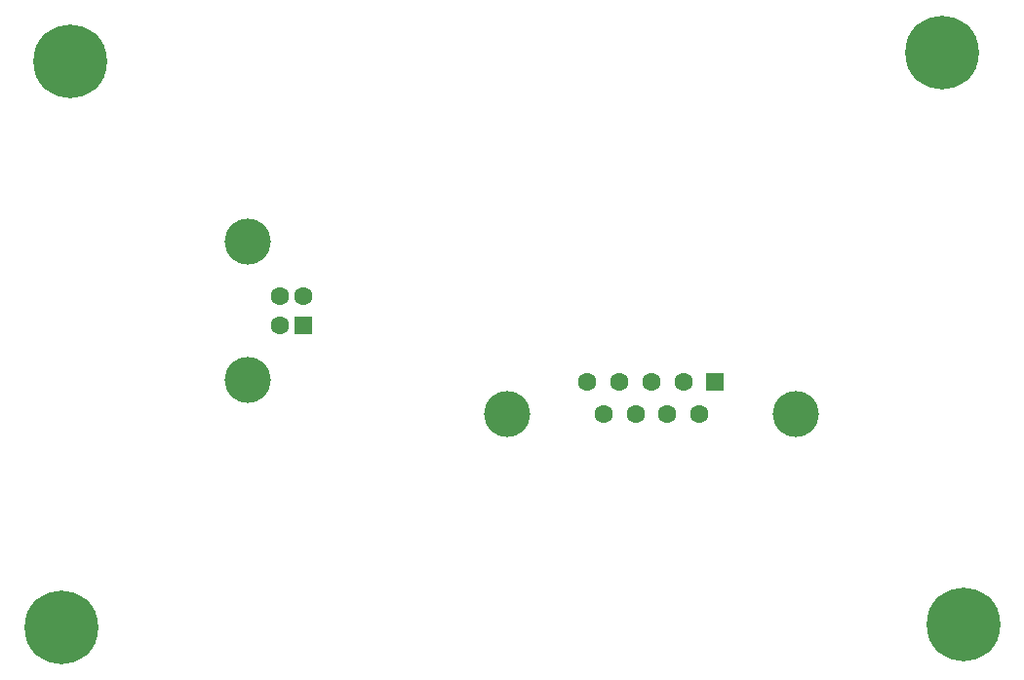
<source format=gbr>
%TF.GenerationSoftware,KiCad,Pcbnew,9.0.1*%
%TF.CreationDate,2025-05-14T18:29:24+05:30*%
%TF.ProjectId,usb,7573622e-6b69-4636-9164-5f7063625858,rev?*%
%TF.SameCoordinates,Original*%
%TF.FileFunction,Soldermask,Bot*%
%TF.FilePolarity,Negative*%
%FSLAX46Y46*%
G04 Gerber Fmt 4.6, Leading zero omitted, Abs format (unit mm)*
G04 Created by KiCad (PCBNEW 9.0.1) date 2025-05-14 18:29:24*
%MOMM*%
%LPD*%
G01*
G04 APERTURE LIST*
%ADD10C,4.000000*%
%ADD11R,1.600000X1.600000*%
%ADD12C,1.600000*%
%ADD13C,0.800000*%
%ADD14C,6.400000*%
G04 APERTURE END LIST*
D10*
%TO.C,J2*%
X153230000Y-82525001D03*
X178230000Y-82525001D03*
D11*
X171270000Y-79685001D03*
D12*
X168500000Y-79685001D03*
X165730000Y-79685001D03*
X162960000Y-79685001D03*
X160190000Y-79685001D03*
X169885000Y-82525001D03*
X167115000Y-82525001D03*
X164345000Y-82525001D03*
X161575000Y-82525001D03*
%TD*%
D13*
%TO.C,H1*%
X117702944Y-51802944D03*
X117000000Y-53500000D03*
X117000000Y-50105888D03*
X115302944Y-54202944D03*
D14*
X115302944Y-51802944D03*
D13*
X115302944Y-49402944D03*
X113605888Y-53500000D03*
X113605888Y-50105888D03*
X112902944Y-51802944D03*
%TD*%
%TO.C,H2*%
X193400000Y-51100000D03*
X192697056Y-52797056D03*
X192697056Y-49402944D03*
X191000000Y-53500000D03*
D14*
X191000000Y-51100000D03*
D13*
X191000000Y-48700000D03*
X189302944Y-52797056D03*
X189302944Y-49402944D03*
X188600000Y-51100000D03*
%TD*%
%TO.C,H3*%
X116900000Y-101000000D03*
X116197056Y-102697056D03*
X116197056Y-99302944D03*
X114500000Y-103400000D03*
D14*
X114500000Y-101000000D03*
D13*
X114500000Y-98600000D03*
X112802944Y-102697056D03*
X112802944Y-99302944D03*
X112100000Y-101000000D03*
%TD*%
%TO.C,H4*%
X190402944Y-100802944D03*
X191105888Y-99105888D03*
X191105888Y-102500000D03*
X192802944Y-98402944D03*
D14*
X192802944Y-100802944D03*
D13*
X192802944Y-103202944D03*
X194500000Y-99105888D03*
X194500000Y-102500000D03*
X195202944Y-100802944D03*
%TD*%
D11*
%TO.C,J1*%
X135517500Y-74775001D03*
D12*
X135517500Y-72275001D03*
X133517500Y-72275001D03*
X133517500Y-74775001D03*
D10*
X130657500Y-79525001D03*
X130657500Y-67525001D03*
%TD*%
M02*

</source>
